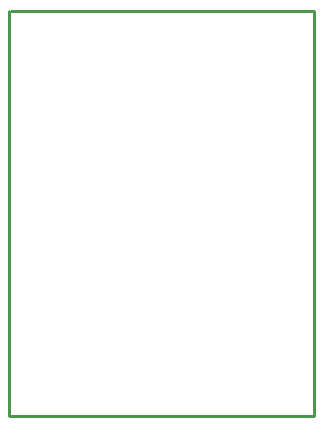
<source format=gko>
G04 Layer: BoardOutline*
G04 EasyEDA v6.1.52, Mon, 29 Jul 2019 07:14:48 GMT*
G04 763c4d154c644d5a9bd2c91acdf97d9b,a2ddd735335a41bd89ccdca2c933086a,10*
G04 Gerber Generator version 0.2*
G04 Scale: 100 percent, Rotated: No, Reflected: No *
G04 Dimensions in millimeters *
G04 leading zeros omitted , absolute positions ,3 integer and 3 decimal *
%FSLAX33Y33*%
%MOMM*%
G90*
G71D02*

%ADD10C,0.254000*%
G54D10*
G01X127Y34290D02*
G01X24556Y34290D01*
G01X25781Y34290D01*
G01X25781Y0D01*
G01X0Y0D01*
G01X0Y34290D01*

%LPD*%
M00*
M02*

</source>
